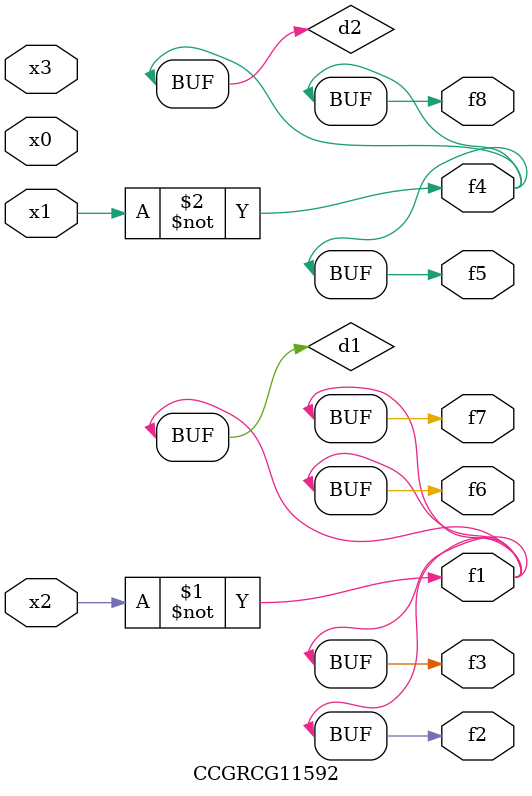
<source format=v>
module CCGRCG11592(
	input x0, x1, x2, x3,
	output f1, f2, f3, f4, f5, f6, f7, f8
);

	wire d1, d2;

	xnor (d1, x2);
	not (d2, x1);
	assign f1 = d1;
	assign f2 = d1;
	assign f3 = d1;
	assign f4 = d2;
	assign f5 = d2;
	assign f6 = d1;
	assign f7 = d1;
	assign f8 = d2;
endmodule

</source>
